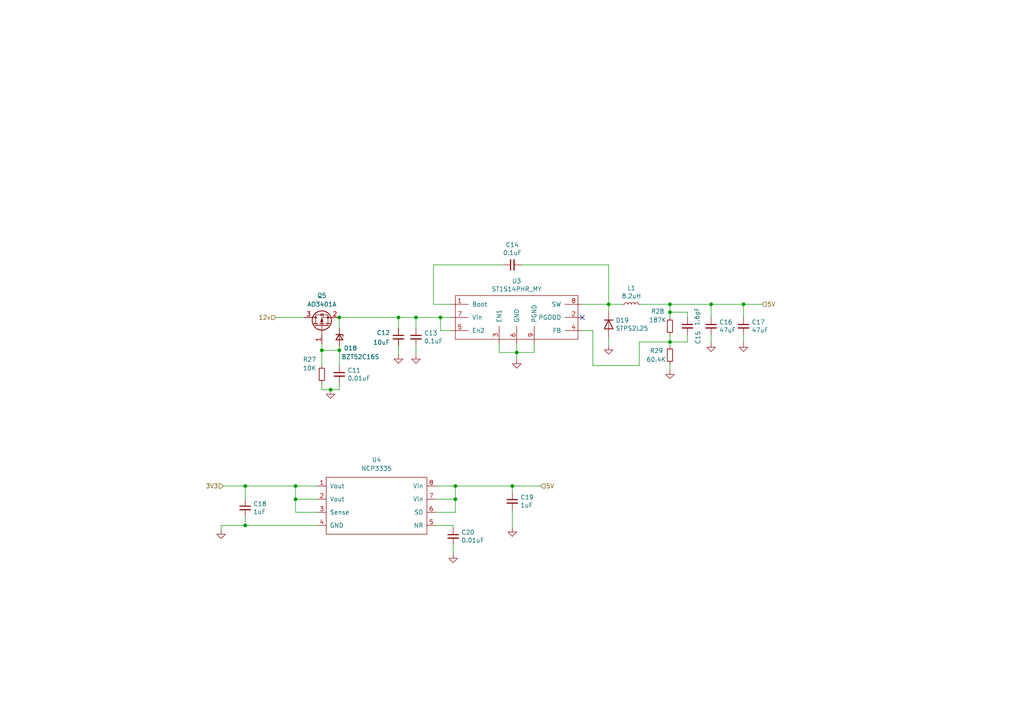
<source format=kicad_sch>
(kicad_sch (version 20230121) (generator eeschema)
  (paper "A4")
  (title_block (title "DASH v2") (date "2022-08-03") (rev "${GIT_VERSION}"))
  (lib_symbols
    (symbol "Device:C_Small" (pin_numbers hide) (pin_names (offset 0.254) hide)
      (property "Reference" "C" (at 0.254 1.778 0))
      (property "Value" "C_Small" (at 0.254 -2.032 0))
      (symbol "C_Small_0_1"
        (polyline (pts (xy -1.524 -0.508) (xy 1.524 -0.508)) (stroke (width 0.3302)))
        (polyline (pts (xy -1.524 0.508) (xy 1.524 0.508)) (stroke (width 0.3048)))
      )
      (symbol "C_Small_1_1"
        (pin passive line (at 0 2.54 270) (length 2.032) (name "~") (number "1"))
        (pin passive line (at 0 -2.54 90) (length 2.032) (name "~") (number "2"))
      )
    )
    (symbol "Device:D" (pin_numbers hide) (pin_names (offset 1.016) hide)
      (property "Reference" "D" (at 0 2.54 0))
      (property "Value" "D" (at 0 -2.54 0))
      (symbol "D_0_1"
        (polyline (pts (xy -1.27 1.27) (xy -1.27 -1.27)) (stroke (width 0.254)))
        (polyline (pts (xy 1.27 0) (xy -1.27 0)))
        (polyline (pts (xy 1.27 1.27) (xy 1.27 -1.27) (xy -1.27 0) (xy 1.27 1.27)) (stroke (width 0.254)))
      )
      (symbol "D_1_1"
        (pin passive line (at -3.81 0 0) (length 2.54) (name "K") (number "1"))
        (pin passive line (at 3.81 0 180) (length 2.54) (name "A") (number "2"))
      )
    )
    (symbol "Device:D_Zener_Small" (pin_numbers hide) (pin_names (offset 0.254) hide)
      (property "Reference" "D" (at 0 2.286 0))
      (property "Value" "D_Zener_Small" (at 0 -2.286 0))
      (symbol "D_Zener_Small_0_1"
        (polyline (pts (xy 0.762 0) (xy -0.762 0)))
        (polyline (pts (xy -0.254 1.016) (xy -0.762 1.016) (xy -0.762 -1.016)) (stroke (width 0.254)))
        (polyline (pts (xy 0.762 1.016) (xy -0.762 0) (xy 0.762 -1.016) (xy 0.762 1.016)) (stroke (width 0.254)))
      )
      (symbol "D_Zener_Small_1_1"
        (pin passive line (at -2.54 0 0) (length 1.778) (name "K") (number "1"))
        (pin passive line (at 2.54 0 180) (length 1.778) (name "A") (number "2"))
      )
    )
    (symbol "Device:L_Small" (pin_numbers hide) (pin_names (offset 0.254) hide)
      (property "Reference" "L" (at 0.762 1.016 0))
      (property "Value" "L_Small" (at 0.762 -1.016 0))
      (symbol "L_Small_0_1"
        (arc (start 0 -2.032) (mid 0.5058 -1.524) (end 0 -1.016))
        (arc (start 0 -1.016) (mid 0.5058 -0.508) (end 0 0))
        (arc (start 0 0) (mid 0.5058 0.508) (end 0 1.016))
        (arc (start 0 1.016) (mid 0.5058 1.524) (end 0 2.032))
      )
      (symbol "L_Small_1_1"
        (pin passive line (at 0 2.54 270) (length 0.508) (name "~") (number "1"))
        (pin passive line (at 0 -2.54 90) (length 0.508) (name "~") (number "2"))
      )
    )
    (symbol "Device:R_Small" (pin_numbers hide) (pin_names (offset 0.254) hide)
      (property "Reference" "R" (at 0.762 0.508 0))
      (property "Value" "R_Small" (at 0.762 -1.016 0))
      (symbol "R_Small_0_1"
        (rectangle (start -0.762 1.778) (end 0.762 -1.778) (stroke (width 0.2032)))
      )
      (symbol "R_Small_1_1"
        (pin passive line (at 0 2.54 270) (length 0.762) (name "~") (number "1"))
        (pin passive line (at 0 -2.54 90) (length 0.762) (name "~") (number "2"))
      )
    )
    (symbol "MyDashLib:NCP3335" (pin_names (offset 1.016))
      (property "Reference" "U" (at 8.89 6.35 0))
      (property "Value" "NCP3335" (at 8.89 -2.54 0))
      (symbol "NCP3335_0_1"
        (rectangle (start -5.08 5.08) (end 24.13 -11.43))
      )
      (symbol "NCP3335_1_1"
        (pin input line (at -7.62 2.54 0) (length 2.54) (name "Vout") (number "1"))
        (pin input line (at -7.62 -1.27 0) (length 2.54) (name "Vout") (number "2"))
        (pin input line (at -7.62 -5.08 0) (length 2.54) (name "Sense") (number "3"))
        (pin input line (at -7.62 -8.89 0) (length 2.54) (name "GND") (number "4"))
        (pin input line (at 26.67 -8.89 180) (length 2.54) (name "NR") (number "5"))
        (pin input line (at 26.67 -5.08 180) (length 2.54) (name "SD") (number "6"))
        (pin input line (at 26.67 -1.27 180) (length 2.54) (name "Vin") (number "7"))
        (pin input line (at 26.67 2.54 180) (length 2.54) (name "Vin") (number "8"))
      )
    )
    (symbol "Transistor_FET:AO3401A" (pin_names hide)
      (property "Reference" "Q" (at 5.08 1.905 0))
      (property "Value" "AO3401A" (at 5.08 0 0))
      (symbol "AO3401A_0_1"
        (polyline (pts (xy 0.254 0) (xy -2.54 0)))
        (polyline (pts (xy 0.254 1.905) (xy 0.254 -1.905)) (stroke (width 0.254)))
        (polyline (pts (xy 0.762 -1.27) (xy 0.762 -2.286)) (stroke (width 0.254)))
        (polyline (pts (xy 0.762 0.508) (xy 0.762 -0.508)) (stroke (width 0.254)))
        (polyline (pts (xy 0.762 2.286) (xy 0.762 1.27)) (stroke (width 0.254)))
        (polyline (pts (xy 2.54 2.54) (xy 2.54 1.778)))
        (polyline (pts (xy 2.54 -2.54) (xy 2.54 0) (xy 0.762 0)))
        (polyline (pts (xy 0.762 1.778) (xy 3.302 1.778) (xy 3.302 -1.778) (xy 0.762 -1.778)))
        (polyline (pts (xy 2.286 0) (xy 1.27 0.381) (xy 1.27 -0.381) (xy 2.286 0)) (fill (type outline)))
        (polyline (pts (xy 2.794 -0.508) (xy 2.921 -0.381) (xy 3.683 -0.381) (xy 3.81 -0.254)))
        (polyline (pts (xy 3.302 -0.381) (xy 2.921 0.254) (xy 3.683 0.254) (xy 3.302 -0.381)))
        (circle (center 1.651 0) (radius 2.794) (stroke (width 0.254)))
        (circle (center 2.54 -1.778) (radius 0.254) (fill (type outline)))
        (circle (center 2.54 1.778) (radius 0.254) (fill (type outline)))
      )
      (symbol "AO3401A_1_1"
        (pin input line (at -5.08 0 0) (length 2.54) (name "G") (number "1"))
        (pin passive line (at 2.54 -5.08 90) (length 2.54) (name "S") (number "2"))
        (pin passive line (at 2.54 5.08 270) (length 2.54) (name "D") (number "3"))
      )
    )
    (symbol "dc-dc:ST1S14PHR_MY" (pin_names (offset 1.016))
      (property "Reference" "U" (at -8.89 6.35 0))
      (property "Value" "dc-dc_ST1S14PHR_MY" (at 0 6.35 0))
      (symbol "ST1S14PHR_MY_0_1"
        (rectangle (start -5.08 5.08) (end 30.48 -7.62))
      )
      (symbol "ST1S14PHR_MY_1_1"
        (pin input line (at -6.35 2.54 0) (length 5.08) (name "Boot") (number "1"))
        (pin input line (at 31.75 -1.27 180) (length 5.08) (name "PGOOD") (number "2"))
        (pin input line (at 7.62 -8.89 90) (length 5.08) (name "EN1") (number "3"))
        (pin input line (at 31.75 -5.08 180) (length 5.08) (name "FB") (number "4"))
        (pin input line (at -6.35 -5.08 0) (length 5.08) (name "En2") (number "5"))
        (pin input line (at 12.7 -8.89 90) (length 5.08) (name "GND") (number "6"))
        (pin input line (at -6.35 -1.27 0) (length 5.08) (name "Vin") (number "7"))
        (pin input line (at 31.75 2.54 180) (length 5.08) (name "SW") (number "8"))
        (pin input line (at 17.78 -8.89 90) (length 5.08) (name "PGND") (number "9"))
      )
    )
    (symbol "power:GND" (power) (pin_names (offset 0))
      (property "Value" "GND" (at 0 -3.81 0))
      (symbol "GND_0_1"
        (polyline (pts (xy 0 0) (xy 0 -1.27) (xy 1.27 -1.27) (xy 0 -2.54) (xy -1.27 -1.27) (xy 0 -1.27)))
      )
      (symbol "GND_1_1"
        (pin power_in line (at 0 0 270) (length 0) hide (name "GND") (number "1"))
      )
    )
  )
  (junction (at 98.425 92.075))
  (junction (at 93.345 101.6))
  (junction (at 215.646 88.265))
  (junction (at 194.31 99.187))
  (junction (at 206.248 88.265))
  (junction (at 95.885 113.03))
  (junction (at 115.57 92.075))
  (junction (at 148.59 140.97))
  (junction (at 194.31 90.551))
  (junction (at 98.425 101.6))
  (junction (at 85.725 140.97))
  (junction (at 71.12 140.97))
  (junction (at 71.12 152.4))
  (junction (at 132.08 140.97))
  (junction (at 149.86 102.235))
  (junction (at 85.725 144.78))
  (junction (at 194.31 88.265))
  (junction (at 120.65 92.075))
  (junction (at 127.762 92.075))
  (junction (at 132.08 144.78))
  (junction (at 176.53 88.265))
  (no_connect (at 168.91 92.075))
  (wire (pts (xy 98.425 92.075) (xy 115.57 92.075)))
  (wire (pts (xy 206.248 88.265) (xy 206.248 92.075)))
  (wire (pts (xy 85.725 144.78) (xy 85.725 140.97)))
  (wire (pts (xy 115.57 92.075) (xy 115.57 95.25)))
  (wire (pts (xy 98.425 100.33) (xy 98.425 101.6)))
  (wire (pts (xy 132.08 140.97) (xy 132.08 144.78)))
  (wire (pts (xy 215.646 88.265) (xy 215.646 92.075)))
  (wire (pts (xy 194.31 105.537) (xy 194.31 107.315)))
  (wire (pts (xy 120.65 92.075) (xy 127.762 92.075)))
  (wire (pts (xy 215.646 88.265) (xy 220.98 88.265)))
  (wire (pts (xy 194.31 88.265) (xy 194.31 90.551)))
  (wire (pts (xy 71.12 140.97) (xy 71.12 144.78)))
  (wire (pts (xy 98.425 111.125) (xy 98.425 113.03)))
  (wire (pts (xy 115.57 92.075) (xy 120.65 92.075)))
  (wire (pts (xy 149.86 99.695) (xy 149.86 102.235)))
  (wire (pts (xy 98.425 101.6) (xy 98.425 106.045)))
  (wire (pts (xy 93.345 111.125) (xy 93.345 113.03)))
  (wire (pts (xy 176.53 88.265) (xy 180.594 88.265)))
  (wire (pts (xy 64.77 140.97) (xy 71.12 140.97)))
  (wire (pts (xy 85.725 148.59) (xy 85.725 144.78)))
  (wire (pts (xy 148.59 147.955) (xy 148.59 153.035)))
  (wire (pts (xy 93.345 101.6) (xy 93.345 106.045)))
  (wire (pts (xy 154.94 99.695) (xy 154.94 102.235)))
  (wire (pts (xy 168.91 95.885) (xy 171.958 95.885)))
  (wire (pts (xy 115.57 100.33) (xy 115.57 102.87)))
  (wire (pts (xy 154.94 102.235) (xy 149.86 102.235)))
  (wire (pts (xy 176.53 97.917) (xy 176.53 100.203)))
  (wire (pts (xy 127.762 95.885) (xy 127.762 92.075)))
  (wire (pts (xy 93.345 101.6) (xy 93.345 99.695)))
  (wire (pts (xy 151.13 76.835) (xy 176.53 76.835)))
  (wire (pts (xy 144.78 102.235) (xy 149.86 102.235)))
  (wire (pts (xy 176.53 88.265) (xy 176.53 90.297)))
  (wire (pts (xy 185.674 88.265) (xy 194.31 88.265)))
  (wire (pts (xy 149.86 102.235) (xy 149.86 104.267)))
  (wire (pts (xy 171.958 106.045) (xy 185.42 106.045)))
  (wire (pts (xy 92.075 152.4) (xy 71.12 152.4)))
  (wire (pts (xy 185.42 106.045) (xy 185.42 99.187)))
  (wire (pts (xy 176.53 76.835) (xy 176.53 88.265)))
  (wire (pts (xy 144.78 99.695) (xy 144.78 102.235)))
  (wire (pts (xy 194.31 99.187) (xy 194.31 100.457)))
  (wire (pts (xy 176.53 88.265) (xy 168.91 88.265)))
  (wire (pts (xy 85.725 140.97) (xy 92.075 140.97)))
  (wire (pts (xy 194.31 90.551) (xy 194.31 92.075)))
  (wire (pts (xy 131.445 158.115) (xy 131.445 160.655)))
  (wire (pts (xy 215.646 97.155) (xy 215.646 99.441)))
  (wire (pts (xy 80.01 92.075) (xy 88.265 92.075)))
  (wire (pts (xy 132.08 144.78) (xy 132.08 148.59)))
  (wire (pts (xy 98.425 113.03) (xy 95.885 113.03)))
  (wire (pts (xy 206.248 88.265) (xy 215.646 88.265)))
  (wire (pts (xy 131.445 152.4) (xy 131.445 153.035)))
  (wire (pts (xy 148.59 140.97) (xy 156.845 140.97)))
  (wire (pts (xy 98.425 92.075) (xy 98.425 95.25)))
  (wire (pts (xy 126.365 148.59) (xy 132.08 148.59)))
  (wire (pts (xy 132.08 140.97) (xy 148.59 140.97)))
  (wire (pts (xy 194.31 88.265) (xy 206.248 88.265)))
  (wire (pts (xy 199.39 92.075) (xy 199.39 90.551)))
  (wire (pts (xy 126.365 152.4) (xy 131.445 152.4)))
  (wire (pts (xy 64.135 152.4) (xy 64.135 153.67)))
  (wire (pts (xy 206.248 97.155) (xy 206.248 99.441)))
  (wire (pts (xy 148.59 140.97) (xy 148.59 142.875)))
  (wire (pts (xy 194.31 97.155) (xy 194.31 99.187)))
  (wire (pts (xy 199.39 99.187) (xy 194.31 99.187)))
  (wire (pts (xy 171.958 95.885) (xy 171.958 106.045)))
  (wire (pts (xy 199.39 90.551) (xy 194.31 90.551)))
  (wire (pts (xy 130.81 95.885) (xy 127.762 95.885)))
  (wire (pts (xy 125.73 76.835) (xy 146.05 76.835)))
  (wire (pts (xy 120.65 92.075) (xy 120.65 95.25)))
  (wire (pts (xy 71.12 152.4) (xy 64.135 152.4)))
  (wire (pts (xy 127.762 92.075) (xy 130.81 92.075)))
  (wire (pts (xy 185.42 99.187) (xy 194.31 99.187)))
  (wire (pts (xy 126.365 140.97) (xy 132.08 140.97)))
  (wire (pts (xy 92.075 148.59) (xy 85.725 148.59)))
  (wire (pts (xy 71.12 140.97) (xy 85.725 140.97)))
  (wire (pts (xy 93.345 113.03) (xy 95.885 113.03)))
  (wire (pts (xy 125.73 88.265) (xy 125.73 76.835)))
  (wire (pts (xy 98.425 101.6) (xy 93.345 101.6)))
  (wire (pts (xy 199.39 97.155) (xy 199.39 99.187)))
  (wire (pts (xy 92.075 144.78) (xy 85.725 144.78)))
  (wire (pts (xy 130.81 88.265) (xy 125.73 88.265)))
  (wire (pts (xy 120.65 100.33) (xy 120.65 102.87)))
  (wire (pts (xy 71.12 149.86) (xy 71.12 152.4)))
  (wire (pts (xy 126.365 144.78) (xy 132.08 144.78)))
  (hierarchical_label "12v" (shape input) (at 80.01 92.075 180))
  (hierarchical_label "5V" (shape input) (at 220.98 88.265 0))
  (hierarchical_label "5V" (shape input) (at 156.845 140.97 0))
  (hierarchical_label "3V3" (shape input) (at 64.77 140.97 180))
  (symbol (lib_id "dc-dc:ST1S14PHR_MY") (at 137.16 90.805 0) (unit 1)
    (property "Reference" "U3" (at 149.86 81.534 0))
    (property "Value" "ST1S14PHR_MY" (at 149.86 83.8454 0))
    (property "Footprint" "Package_SO:SOIC-8-1EP_3.9x4.9mm_P1.27mm_EP2.514x3.2mm" (effects hide))
    (property "Datasheet" "https://www.st.com/resource/en/datasheet/st1s14.pdf" (effects hide))
    (property "LCSC" "C84130" (effects hide))
    (instances (project "can2gpio" (path "" (reference "U3") (unit 1))) (project "dash" (path "" (reference "U12") (unit 1))) (project "nrf52840_dev" (path "" (reference "U3") (unit 1))))
  )
  (symbol (lib_id "Device:C_Small") (at 148.59 76.835 90) (unit 1)
    (property "Reference" "C14" (at 148.59 71.0184 90))
    (property "Value" "0.1uF" (at 148.59 73.3298 90))
    (property "Footprint" "Capacitor_SMD:C_0805_2012Metric" (effects hide))
    (instances (project "can2gpio" (path "" (reference "C14") (unit 1))) (project "dash" (path "" (reference "C42") (unit 1))) (project "nrf52840_dev" (path "" (reference "C14") (unit 1))))
  )
  (symbol (lib_id "Device:C_Small") (at 120.65 97.79 0) (unit 1)
    (property "Reference" "C13" (at 122.9868 96.6216 0) (effects (justify left)))
    (property "Value" "0.1uF" (at 122.9868 98.933 0) (effects (justify left)))
    (property "Footprint" "Capacitor_SMD:C_0805_2012Metric" (effects hide))
    (property "LCSC" "C49678" (effects hide))
    (instances (project "can2gpio" (path "" (reference "C13") (unit 1))) (project "dash" (path "" (reference "C41") (unit 1))) (project "nrf52840_dev" (path "" (reference "C13") (unit 1))))
  )
  (symbol (lib_id "Device:L_Small") (at 183.134 88.265 90) (unit 1)
    (property "Reference" "L1" (at 183.134 83.566 90))
    (property "Value" "8.2uH" (at 183.134 85.8774 90))
    (property "Footprint" "power:Inductor8.2" (effects hide))
    (property "LCSC" "C506576" (effects hide))
    (instances (project "can2gpio" (path "" (reference "L1") (unit 1))) (project "dash" (path "" (reference "L4") (unit 1))) (project "nrf52840_dev" (path "" (reference "L1") (unit 1))))
  )
  (symbol (lib_id "Device:R_Small") (at 194.31 94.615 0) (unit 1)
    (property "Reference" "R28" (at 190.754 90.297 0))
    (property "Value" "187K" (at 190.754 92.837 0))
    (property "Footprint" "Resistor_SMD:R_0603_1608Metric" (effects hide))
    (property "LCSC" "C203372" (effects hide))
    (instances (project "can2gpio" (path "" (reference "R28") (unit 1))) (project "dash" (path "" (reference "R21") (unit 1))) (project "nrf52840_dev" (path "" (reference "R28") (unit 1))))
  )
  (symbol (lib_id "Device:R_Small") (at 194.31 102.997 0) (unit 1)
    (property "Reference" "R29" (at 188.468 101.727 0) (effects (justify left)))
    (property "Value" "60.4K" (at 187.452 104.267 0) (effects (justify left)))
    (property "Footprint" "Resistor_SMD:R_0603_1608Metric" (effects hide))
    (property "LCSC" "C165742" (effects hide))
    (instances (project "can2gpio" (path "" (reference "R29") (unit 1))) (project "dash" (path "" (reference "R20") (unit 1))) (project "nrf52840_dev" (path "" (reference "R29") (unit 1))))
  )
  (symbol (lib_id "Device:C_Small") (at 199.39 94.615 0) (unit 1)
    (property "Reference" "C15" (at 202.438 97.917 90))
    (property "Value" "1.6pF" (at 202.184 91.821 90))
    (property "Footprint" "Capacitor_SMD:C_0402_1005Metric" (effects hide))
    (property "LCSC" "C3856382" (effects hide))
    (instances (project "can2gpio" (path "" (reference "C15") (unit 1))) (project "dash" (path "" (reference "C43") (unit 1))) (project "nrf52840_dev" (path "" (reference "C15") (unit 1))))
  )
  (symbol (lib_id "Device:C_Small") (at 206.248 94.615 0) (unit 1)
    (property "Reference" "C16" (at 208.5848 93.4466 0) (effects (justify left)))
    (property "Value" "47uF" (at 208.5848 95.758 0) (effects (justify left)))
    (property "Footprint" "Capacitor_Tantalum_SMD:CP_EIA-7343-31_Kemet-D_Pad2.25x2.55mm_HandSolder" (effects hide))
    (property "LCSC" "C7228" (effects hide))
    (instances (project "can2gpio" (path "" (reference "C16") (unit 1))) (project "dash" (path "" (reference "C44") (unit 1))) (project "nrf52840_dev" (path "" (reference "C16") (unit 1))))
  )
  (symbol (lib_id "Device:C_Small") (at 215.646 94.615 0) (unit 1)
    (property "Reference" "C17" (at 217.9828 93.4466 0) (effects (justify left)))
    (property "Value" "47uF" (at 217.9828 95.758 0) (effects (justify left)))
    (property "Footprint" "Capacitor_Tantalum_SMD:CP_EIA-7343-31_Kemet-D_Pad2.25x2.55mm_HandSolder" (effects hide))
    (property "LCSC" "C7228" (effects hide))
    (instances (project "can2gpio" (path "" (reference "C17") (unit 1))) (project "dash" (path "" (reference "C45") (unit 1))) (project "nrf52840_dev" (path "" (reference "C17") (unit 1))))
  )
  (symbol (lib_id "Device:D") (at 176.53 94.107 270) (unit 1)
    (property "Reference" "D19" (at 178.5366 92.9386 90) (effects (justify left)))
    (property "Value" "STPS2L25" (at 178.5366 95.25 90) (effects (justify left)))
    (property "Footprint" "Diode_SMD:D_SMB" (effects hide))
    (property "LCSC" "C283261" (effects hide))
    (instances (project "can2gpio" (path "" (reference "D19") (unit 1))) (project "dash" (path "" (reference "D3") (unit 1))) (project "nrf52840_dev" (path "" (reference "D19") (unit 1))))
  )
  (symbol (lib_id "Device:C_Small") (at 115.57 97.79 0) (unit 1)
    (property "Reference" "C12" (at 109.22 96.52 0) (effects (justify left)))
    (property "Value" "10uF" (at 108.204 99.314 0) (effects (justify left)))
    (property "Footprint" "Capacitor_SMD:C_0805_2012Metric" (effects hide))
    (property "LCSC" "C98192" (effects hide))
    (instances (project "can2gpio" (path "" (reference "C12") (unit 1))) (project "dash" (path "" (reference "C39") (unit 1))) (project "nrf52840_dev" (path "" (reference "C12") (unit 1))))
  )
  (symbol (lib_id "power:GND") (at 115.57 102.87 0) (unit 1)
    (property "Reference" "#PWR028" (effects hide))
    (property "Value" "GND" (effects hide))
    (instances (project "can2gpio" (path "" (reference "#PWR028") (unit 1))) (project "dash" (path "" (reference "#PWR0177") (unit 1))) (project "nrf52840_dev" (path "" (reference "#PWR028") (unit 1))))
  )
  (symbol (lib_id "power:GND") (at 120.65 102.87 0) (unit 1)
    (property "Reference" "#PWR029" (effects hide))
    (property "Value" "GND" (effects hide))
    (instances (project "can2gpio" (path "" (reference "#PWR029") (unit 1))) (project "dash" (path "" (reference "#PWR0176") (unit 1))) (project "nrf52840_dev" (path "" (reference "#PWR029") (unit 1))))
  )
  (symbol (lib_id "MyDashLib:NCP3335") (at 99.695 143.51 0) (unit 1)
    (property "Reference" "U4" (at 109.22 133.35 0))
    (property "Value" "NCP3335" (at 109.22 135.89 0))
    (property "Footprint" "Package_SO:OnSemi_Micro8" (effects hide))
    (property "LCSC" "C894991" (effects hide))
  )
  (symbol (lib_id "power:GND") (at 149.86 104.267 0) (unit 1)
    (property "Reference" "#PWR030" (effects hide))
    (property "Value" "GND" (effects hide))
    (instances (project "can2gpio" (path "" (reference "#PWR030") (unit 1))) (project "dash" (path "" (reference "#PWR0175") (unit 1))) (project "nrf52840_dev" (path "" (reference "#PWR030") (unit 1))))
  )
  (symbol (lib_id "power:GND") (at 64.135 153.67 0) (unit 1)
    (property "Reference" "#PWR038" (effects hide))
    (property "Value" "GND" (effects hide))
    (instances (project "can2gpio" (path "" (reference "#PWR038") (unit 1))) (project "dash" (path "" (reference "#PWR0177") (unit 1))) (project "nrf52840_dev" (path "" (reference "#PWR038") (unit 1))))
  )
  (symbol (lib_id "Device:C_Small") (at 98.425 108.585 0) (unit 1)
    (property "Reference" "C11" (at 100.7618 107.4166 0) (effects (justify left)))
    (property "Value" "0.01uF" (at 100.7618 109.728 0) (effects (justify left)))
    (property "Footprint" "Capacitor_SMD:C_0603_1608Metric" (effects hide))
    (property "LCSC" "C100042" (effects hide))
    (instances (project "can2gpio" (path "" (reference "C11") (unit 1))) (project "dash" (path "" (reference "C105") (unit 1))) (project "nrf52840_dev" (path "" (reference "C11") (unit 1))))
  )
  (symbol (lib_id "power:GND") (at 206.248 99.441 0) (unit 1)
    (property "Reference" "#PWR033" (effects hide))
    (property "Value" "GND" (effects hide))
    (instances (project "can2gpio" (path "" (reference "#PWR033") (unit 1))) (project "dash" (path "" (reference "#PWR0173") (unit 1))) (project "nrf52840_dev" (path "" (reference "#PWR033") (unit 1))))
  )
  (symbol (lib_id "Device:C_Small") (at 148.59 145.415 0) (unit 1)
    (property "Reference" "C19" (at 150.9268 144.2466 0) (effects (justify left)))
    (property "Value" "1uF" (at 150.9268 146.558 0) (effects (justify left)))
    (property "Footprint" "Capacitor_SMD:C_0805_2012Metric" (effects hide))
    (instances (project "can2gpio" (path "" (reference "C19") (unit 1))) (project "dash" (path "" (reference "C105") (unit 1))) (project "nrf52840_dev" (path "" (reference "C19") (unit 1))))
  )
  (symbol (lib_id "Device:D_Zener_Small") (at 98.425 97.79 270) (unit 1)
    (property "Reference" "D18" (at 99.695 100.965 90) (effects (justify left)))
    (property "Value" "BZT52C16S" (at 99.06 103.505 90) (effects (justify left)))
    (property "Footprint" "Diode_SMD:D_SOD-323" (effects hide))
    (property "LCSC" "C5270772" (effects hide))
  )
  (symbol (lib_id "power:GND") (at 215.646 99.441 0) (unit 1)
    (property "Reference" "#PWR034" (effects hide))
    (property "Value" "GND" (effects hide))
    (instances (project "can2gpio" (path "" (reference "#PWR034") (unit 1))) (project "dash" (path "" (reference "#PWR0174") (unit 1))) (project "nrf52840_dev" (path "" (reference "#PWR034") (unit 1))))
  )
  (symbol (lib_id "power:GND") (at 194.31 107.315 0) (unit 1)
    (property "Reference" "#PWR032" (effects hide))
    (property "Value" "GND" (effects hide))
    (instances (project "can2gpio" (path "" (reference "#PWR032") (unit 1))) (project "dash" (path "" (reference "#PWR0171") (unit 1))) (project "nrf52840_dev" (path "" (reference "#PWR032") (unit 1))))
  )
  (symbol (lib_id "Device:C_Small") (at 131.445 155.575 0) (unit 1)
    (property "Reference" "C20" (at 133.7818 154.4066 0) (effects (justify left)))
    (property "Value" "0.01uF" (at 133.7818 156.718 0) (effects (justify left)))
    (property "Footprint" "Capacitor_SMD:C_0603_1608Metric" (effects hide))
    (instances (project "can2gpio" (path "" (reference "C20") (unit 1))) (project "dash" (path "" (reference "C105") (unit 1))) (project "nrf52840_dev" (path "" (reference "C20") (unit 1))))
  )
  (symbol (lib_id "power:GND") (at 131.445 160.655 0) (unit 1)
    (property "Reference" "#PWR040" (effects hide))
    (property "Value" "GND" (effects hide))
    (instances (project "can2gpio" (path "" (reference "#PWR040") (unit 1))) (project "dash" (path "" (reference "#PWR0177") (unit 1))) (project "nrf52840_dev" (path "" (reference "#PWR040") (unit 1))))
  )
  (symbol (lib_id "Device:R_Small") (at 93.345 108.585 0) (unit 1)
    (property "Reference" "R27" (at 89.789 104.267 0))
    (property "Value" "10K" (at 89.789 106.807 0))
    (property "Footprint" "Resistor_SMD:R_0603_1608Metric" (effects hide))
    (instances (project "can2gpio" (path "" (reference "R27") (unit 1))) (project "dash" (path "" (reference "R21") (unit 1))) (project "nrf52840_dev" (path "" (reference "R27") (unit 1))))
  )
  (symbol (lib_id "power:GND") (at 95.885 113.03 0) (unit 1)
    (property "Reference" "#PWR027" (effects hide))
    (property "Value" "GND" (effects hide))
    (instances (project "can2gpio" (path "" (reference "#PWR027") (unit 1))) (project "dash" (path "" (reference "#PWR0177") (unit 1))) (project "nrf52840_dev" (path "" (reference "#PWR027") (unit 1))))
  )
  (symbol (lib_id "power:GND") (at 148.59 153.035 0) (unit 1)
    (property "Reference" "#PWR039" (effects hide))
    (property "Value" "GND" (effects hide))
    (instances (project "can2gpio" (path "" (reference "#PWR039") (unit 1))) (project "dash" (path "" (reference "#PWR0177") (unit 1))) (project "nrf52840_dev" (path "" (reference "#PWR039") (unit 1))))
  )
  (symbol (lib_id "Transistor_FET:AO3401A") (at 93.345 94.615 90) (unit 1)
    (property "Reference" "Q5" (at 93.345 85.725 90))
    (property "Value" "AO3401A" (at 93.345 88.265 90))
    (property "Footprint" "Package_TO_SOT_SMD:SOT-23" (effects hide))
    (property "Datasheet" "http://www.aosmd.com/pdfs/datasheet/AO3401A.pdf" (effects hide))
    (property "LCSC" "C306862" (effects hide))
  )
  (symbol (lib_id "Device:C_Small") (at 71.12 147.32 0) (unit 1)
    (property "Reference" "C18" (at 73.4568 146.1516 0) (effects (justify left)))
    (property "Value" "1uF" (at 73.4568 148.463 0) (effects (justify left)))
    (property "Footprint" "Capacitor_SMD:C_0805_2012Metric" (effects hide))
    (property "LCSC" "C15849" (effects hide))
    (instances (project "can2gpio" (path "" (reference "C18") (unit 1))) (project "dash" (path "" (reference "C105") (unit 1))) (project "nrf52840_dev" (path "" (reference "C18") (unit 1))))
  )
  (symbol (lib_id "power:GND") (at 176.53 100.203 0) (unit 1)
    (property "Reference" "#PWR031" (effects hide))
    (property "Value" "GND" (effects hide))
    (instances (project "can2gpio" (path "" (reference "#PWR031") (unit 1))) (project "dash" (path "" (reference "#PWR0172") (unit 1))) (project "nrf52840_dev" (path "" (reference "#PWR031") (unit 1))))
  )
)
</source>
